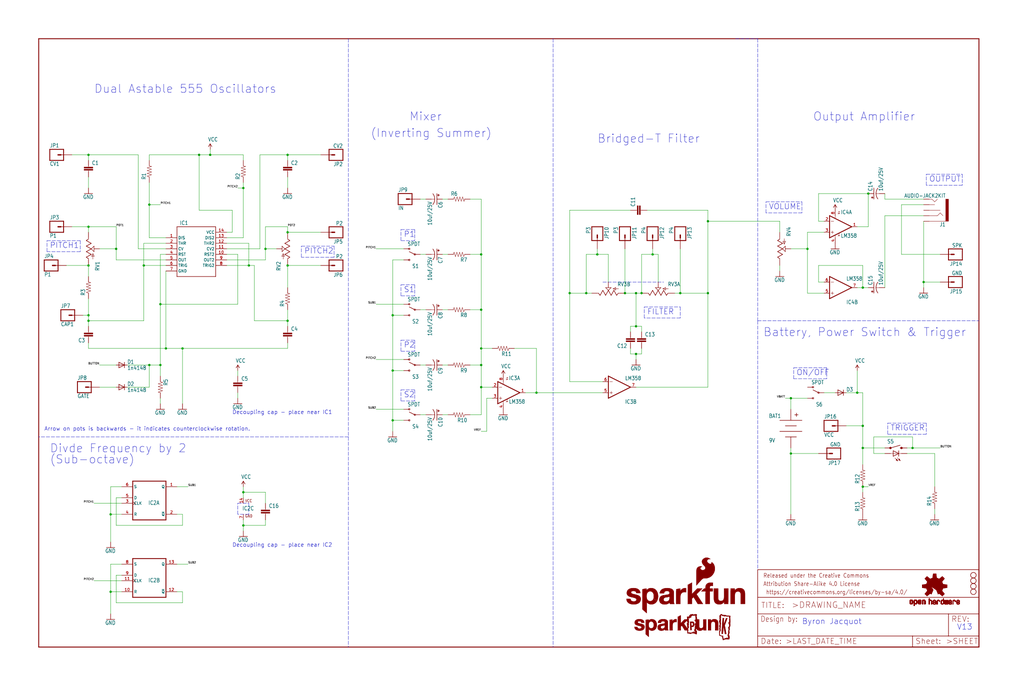
<source format=kicad_sch>
(kicad_sch (version 20211123) (generator eeschema)
  (paper "User" 470.306 317.906)
  (lib_symbols
    (symbol "schematicEagle-eagle-import:10UF-25V-20%(PTH)KIT"
      (property "Reference" "C" (at 1.016 0.635 0))
      (property "Value" "10UF-25V-20%(PTH)KIT" (at 1.016 -4.191 0))
      (symbol "10UF-25V-20%(PTH)KIT_1_0"
        (pin passive line (at 0 2.54 270) (length 2.54) (name "+") (number "1"))
        (pin passive line (at 0 -5.08 90) (length 2.54) (name "-") (number "2"))
      )
    )
    (symbol "schematicEagle-eagle-import:556KIT"
      (property "Reference" "IC" (at -6.35 10.922 0))
      (property "Value" "556KIT" (at -7.112 -15.24 0))
      (symbol "556KIT_1_0"
        (pin bidirectional line (at -12.7 5.08 0) (length 5.08) (name "DIS") (number "1"))
        (pin bidirectional line (at 15.24 -2.54 180) (length 5.08) (name "RST2") (number "10"))
        (pin bidirectional line (at 15.24 0 180) (length 5.08) (name "CV2") (number "11"))
        (pin bidirectional line (at 15.24 2.54 180) (length 5.08) (name "THR2") (number "12"))
        (pin bidirectional line (at 15.24 5.08 180) (length 5.08) (name "DIS2") (number "13"))
        (pin bidirectional line (at 15.24 7.62 180) (length 5.08) (name "VCC") (number "14"))
        (pin bidirectional line (at -12.7 2.54 0) (length 5.08) (name "THR") (number "2"))
        (pin bidirectional line (at -12.7 0 0) (length 5.08) (name "CV") (number "3"))
        (pin bidirectional line (at -12.7 -2.54 0) (length 5.08) (name "RST") (number "4"))
        (pin bidirectional line (at -12.7 -5.08 0) (length 5.08) (name "OUT") (number "5"))
        (pin bidirectional line (at -12.7 -7.62 0) (length 5.08) (name "TRIG") (number "6"))
        (pin bidirectional line (at -12.7 -10.16 0) (length 5.08) (name "GND") (number "7"))
        (pin bidirectional line (at 15.24 -7.62 180) (length 5.08) (name "TRIG2") (number "8"))
        (pin bidirectional line (at 15.24 -5.08 180) (length 5.08) (name "OUT2") (number "9"))
      )
    )
    (symbol "schematicEagle-eagle-import:AUDIO-JACK2KIT"
      (property "Reference" "J" (at -5.08 5.588 0))
      (property "Value" "AUDIO-JACK2KIT" (at -5.08 -7.62 0))
      (symbol "AUDIO-JACK2KIT_1_0"
        (pin bidirectional line (at 5.08 2.54 180) (length 2.54) (name "RING") (number "RING"))
        (pin bidirectional line (at 5.08 0 180) (length 2.54) (name "RSH") (number "RSH"))
        (pin bidirectional line (at 5.08 5.08 180) (length 2.54) (name "SLEEVE") (number "SLEEVE"))
        (pin bidirectional line (at 5.08 -5.08 180) (length 2.54) (name "TIP") (number "TIP"))
        (pin bidirectional line (at 5.08 -2.54 180) (length 2.54) (name "TSH") (number "TSH"))
      )
    )
    (symbol "schematicEagle-eagle-import:BC9VPCKIT_SOLDERMASK"
      (property "Reference" "BAT" (at -10.16 3.556 0))
      (property "Value" "BC9VPCKIT_SOLDERMASK" (at -10.16 -7.62 0))
      (symbol "BC9VPCKIT_SOLDERMASK_1_0"
        (pin bidirectional line (at 0 7.62 270) (length 5.08) (name "V+") (number "V+"))
        (pin bidirectional line (at 0 -10.16 90) (length 5.08) (name "V-") (number "V-"))
      )
    )
    (symbol "schematicEagle-eagle-import:CAPKIT"
      (property "Reference" "C" (at 1.524 2.921 0))
      (property "Value" "CAPKIT" (at 1.524 -2.159 0))
      (symbol "CAPKIT_1_0"
        (pin passive line (at 0 5.08 270) (length 2.54) (name "1") (number "1"))
        (pin passive line (at 0 -2.54 90) (length 2.54) (name "2") (number "2"))
      )
    )
    (symbol "schematicEagle-eagle-import:CD4013"
      (property "Reference" "IC" (at -0.508 -0.762 0))
      (symbol "CD4013_1_0"
        (pin output line (at 12.7 7.62 180) (length 5.08) (name "Q") (number "1"))
        (pin output line (at 12.7 -5.08 180) (length 5.08) (name "~{Q}") (number "2"))
        (pin input clock (at -12.7 0 0) (length 5.08) (name "CLK") (number "3"))
        (pin input line (at -12.7 -5.08 0) (length 5.08) (name "R") (number "4"))
        (pin input line (at -12.7 2.54 0) (length 5.08) (name "D") (number "5"))
        (pin input line (at -12.7 7.62 0) (length 5.08) (name "S") (number "6"))
      )
      (symbol "CD4013_2_0"
        (pin input line (at -12.7 -5.08 0) (length 5.08) (name "R") (number "10"))
        (pin input clock (at -12.7 0 0) (length 5.08) (name "CLK") (number "11"))
        (pin output line (at 12.7 -5.08 180) (length 5.08) (name "~{Q}") (number "12"))
        (pin output line (at 12.7 7.62 180) (length 5.08) (name "Q") (number "13"))
        (pin input line (at -12.7 7.62 0) (length 5.08) (name "S") (number "8"))
        (pin input line (at -12.7 2.54 0) (length 5.08) (name "D") (number "9"))
      )
      (symbol "CD4013_3_0"
        (text "GND" (at 0.762 -4.064 0) (effects (font (size 1.27 1.0795)) (justify left bottom)))
        (text "VCC" (at 0.762 2.921 0) (effects (font (size 1.27 1.0795)) (justify left bottom)))
        (pin power_in line (at 0 5.08 270) (length 2.54) (name "VCC") (number "14"))
        (pin power_in line (at 0 -5.08 90) (length 2.54) (name "GND") (number "7"))
      )
    )
    (symbol "schematicEagle-eagle-import:DIODE"
      (property "Reference" "D" (at 2.54 0.4826 0))
      (property "Value" "DIODE" (at 2.54 -2.3114 0))
      (symbol "DIODE_1_0"
        (pin passive line (at -2.54 0 0) (length 2.54) (name "A") (number "A"))
        (pin passive line (at 2.54 0 180) (length 2.54) (name "C") (number "C"))
      )
    )
    (symbol "schematicEagle-eagle-import:DIODEKIT"
      (property "Reference" "D" (at 2.54 0.4826 0))
      (property "Value" "DIODEKIT" (at 2.54 -2.3114 0))
      (symbol "DIODEKIT_1_0"
        (pin passive line (at -2.54 0 0) (length 2.54) (name "A") (number "A"))
        (pin passive line (at 2.54 0 180) (length 2.54) (name "C") (number "C"))
      )
    )
    (symbol "schematicEagle-eagle-import:FRAME-LEDGER"
      (symbol "FRAME-LEDGER_2_0"
        (text " https://creativecommons.org/licenses/by-sa/4.0/" (at 2.54 24.13 0) (effects (font (size 1.9304 1.6408)) (justify left bottom)))
        (text ">DRAWING_NAME" (at 15.494 17.78 0) (effects (font (size 2.7432 2.7432)) (justify left bottom)))
        (text ">LAST_DATE_TIME" (at 12.7 1.27 0) (effects (font (size 2.54 2.54)) (justify left bottom)))
        (text ">SHEET" (at 86.36 1.27 0) (effects (font (size 2.54 2.54)) (justify left bottom)))
        (text "Attribution Share-Alike 4.0 License" (at 2.54 27.94 0) (effects (font (size 1.9304 1.6408)) (justify left bottom)))
        (text "Date:" (at 1.27 1.27 0) (effects (font (size 2.54 2.54)) (justify left bottom)))
        (text "Design by:" (at 1.27 11.43 0) (effects (font (size 2.54 2.159)) (justify left bottom)))
        (text "Released under the Creative Commons" (at 2.54 31.75 0) (effects (font (size 1.9304 1.6408)) (justify left bottom)))
        (text "REV:" (at 88.9 11.43 0) (effects (font (size 2.54 2.54)) (justify left bottom)))
        (text "Sheet:" (at 72.39 1.27 0) (effects (font (size 2.54 2.54)) (justify left bottom)))
        (text "TITLE:" (at 1.524 17.78 0) (effects (font (size 2.54 2.54)) (justify left bottom)))
      )
    )
    (symbol "schematicEagle-eagle-import:GND" (power)
      (property "Value" "GND" (at -2.54 -2.54 0))
      (symbol "GND_1_0"
        (pin power_in line (at 0 2.54 270) (length 2.54) (name "GND") (number "1"))
      )
    )
    (symbol "schematicEagle-eagle-import:LM358KIT"
      (property "Reference" "IC" (at 2.54 5.715 0))
      (property "Value" "LM358KIT" (at 2.54 -5.08 0))
      (symbol "LM358KIT_1_0"
        (text "V+" (at 1.27 5.715 900) (effects (font (size 0.8128 0.6908)) (justify left top)))
        (text "V-" (at 1.27 -4.445 900) (effects (font (size 0.8128 0.6908)) (justify left top)))
        (pin output line (at 10.16 0 180) (length 2.54) (name "OUT") (number "1"))
        (pin input line (at -5.08 2.54 0) (length 2.54) (name "-IN") (number "2"))
        (pin input line (at -5.08 -2.54 0) (length 2.54) (name "+IN") (number "3"))
        (pin power_in line (at 0 -7.62 90) (length 2.54) (name "V-") (number "4"))
        (pin power_in line (at 0 7.62 270) (length 2.54) (name "V+") (number "8"))
      )
      (symbol "LM358KIT_2_0"
        (pin input line (at -7.62 2.54 0) (length 2.54) (name "+IN") (number "5"))
        (pin input line (at -7.62 -2.54 0) (length 2.54) (name "-IN") (number "6"))
        (pin output line (at 7.62 0 180) (length 2.54) (name "OUT") (number "7"))
      )
    )
    (symbol "schematicEagle-eagle-import:M01SMDNS"
      (property "Reference" "JP" (at -2.54 3.302 0))
      (property "Value" "M01SMDNS" (at -2.54 -5.08 0))
      (symbol "M01SMDNS_1_0"
        (pin passive line (at 7.62 0 180) (length 5.08) (name "1") (number "1"))
      )
    )
    (symbol "schematicEagle-eagle-import:OSHW-LOGOM")
    (symbol "schematicEagle-eagle-import:POTALPS-KIT"
      (property "Reference" "RV" (at 5.08 -10.16 90))
      (property "Value" "POTALPS-KIT" (at -2.54 -10.16 90))
      (symbol "POTALPS-KIT_1_0"
        (pin passive line (at 0 7.62 270) (length 2.54) (name "E") (number "P$1"))
        (pin passive line (at 5.08 0 180) (length 2.54) (name "S") (number "P$2"))
        (pin passive line (at 0 -7.62 90) (length 2.54) (name "A") (number "P$3"))
      )
    )
    (symbol "schematicEagle-eagle-import:POT_DUAL"
      (property "Reference" "RV" (at 5.08 -10.16 90))
      (property "Value" "POT_DUAL" (at -2.54 -10.16 90))
      (symbol "POT_DUAL_1_0"
        (pin passive line (at 0 7.62 270) (length 2.54) (name "E") (number "A1"))
        (pin passive line (at 5.08 0 180) (length 2.54) (name "S") (number "A2"))
        (pin passive line (at 0 -7.62 90) (length 2.54) (name "A") (number "A3"))
      )
      (symbol "POT_DUAL_2_0"
        (pin passive line (at 0 7.62 270) (length 2.54) (name "E") (number "B1"))
        (pin passive line (at 5.08 0 180) (length 2.54) (name "S") (number "B2"))
        (pin passive line (at 0 -7.62 90) (length 2.54) (name "A") (number "B3"))
      )
    )
    (symbol "schematicEagle-eagle-import:RESISTOREZ"
      (property "Reference" "R" (at -3.81 1.4986 0))
      (property "Value" "RESISTOREZ" (at -3.81 -3.302 0))
      (symbol "RESISTOREZ_1_0"
        (pin passive line (at -5.08 0 0) (length 2.54) (name "1") (number "P$1"))
        (pin passive line (at 5.08 0 180) (length 2.54) (name "2") (number "P$2"))
      )
    )
    (symbol "schematicEagle-eagle-import:SFE_LOGO_NAME_FLAME.2_INCH")
    (symbol "schematicEagle-eagle-import:SPARKPUNK_LOGO.1INCH_TALL")
    (symbol "schematicEagle-eagle-import:STAND-OFF")
    (symbol "schematicEagle-eagle-import:SWITCH-MOMENTARY-LEDEZ"
      (property "Reference" "S" (at -4.064 2.032 0))
      (property "Value" "SWITCH-MOMENTARY-LEDEZ" (at -4.572 -8.382 0))
      (symbol "SWITCH-MOMENTARY-LEDEZ_1_0"
        (pin passive line (at 5.08 0 180) (length 2.54) (name "2") (number "2"))
        (pin passive line (at -5.08 0 0) (length 2.54) (name "1") (number "4"))
        (pin passive line (at -5.08 -2.54 0) (length 2.54) (name "A") (number "A"))
        (pin passive line (at 5.08 -2.54 180) (length 2.54) (name "C") (number "C"))
      )
    )
    (symbol "schematicEagle-eagle-import:SWITCH-SPDTKIT"
      (property "Reference" "S" (at -1.905 -6.35 0))
      (property "Value" "SWITCH-SPDTKIT" (at -2.54 3.81 0))
      (symbol "SWITCH-SPDTKIT_1_0"
        (pin passive line (at 5.08 2.54 180) (length 2.54) (name "O") (number "1"))
        (pin passive line (at -2.54 0 0) (length 2.54) (name "P") (number "2"))
        (pin passive line (at 5.08 -2.54 180) (length 2.54) (name "S") (number "3"))
      )
    )
    (symbol "schematicEagle-eagle-import:VCC" (power)
      (property "Value" "VCC" (at -1.016 3.556 0))
      (symbol "VCC_1_0"
        (pin power_in line (at 0 0 90) (length 2.54) (name "VCC") (number "1"))
      )
    )
  )
  (junction (at 274.32 116.84))
  (junction (at 261.62 134.62))
  (junction (at 73.66 167.64))
  (junction (at 40.64 71.12))
  (junction (at 76.2 160.02))
  (junction (at 424.18 129.54))
  (junction (at 40.64 144.78))
  (junction (at 220.98 167.64))
  (junction (at 312.42 134.62))
  (junction (at 111.76 86.36))
  (junction (at 292.1 162.56))
  (junction (at 292.1 134.62))
  (junction (at 396.24 132.08))
  (junction (at 68.58 93.98))
  (junction (at 180.34 144.78))
  (junction (at 299.72 116.84))
  (junction (at 220.98 116.84))
  (junction (at 132.08 106.68))
  (junction (at 132.08 147.32))
  (junction (at 363.22 208.28))
  (junction (at 180.34 193.04))
  (junction (at 220.98 160.02))
  (junction (at 396.24 195.58))
  (junction (at 269.24 134.62))
  (junction (at 292.1 149.86))
  (junction (at 111.76 241.3))
  (junction (at 96.52 71.12))
  (junction (at 393.7 180.34))
  (junction (at 53.34 114.3))
  (junction (at 396.24 205.74))
  (junction (at 50.8 271.78))
  (junction (at 40.64 147.32))
  (junction (at 370.84 114.3))
  (junction (at 121.92 114.3))
  (junction (at 220.98 177.8))
  (junction (at 419.1 205.74))
  (junction (at 68.58 167.64))
  (junction (at 132.08 121.92))
  (junction (at 287.02 134.62))
  (junction (at 398.78 88.9))
  (junction (at 363.22 182.88))
  (junction (at 40.64 104.14))
  (junction (at 73.66 139.7))
  (junction (at 325.12 134.62))
  (junction (at 220.98 142.24))
  (junction (at 50.8 236.22))
  (junction (at 91.44 71.12))
  (junction (at 396.24 223.52))
  (junction (at 111.76 226.06))
  (junction (at 325.12 101.6))
  (junction (at 83.82 160.02))
  (junction (at 132.08 71.12))
  (junction (at 40.64 121.92))
  (junction (at 294.64 134.62))
  (junction (at 114.3 121.92))
  (junction (at 246.38 180.34))
  (junction (at 66.04 121.92))
  (junction (at 180.34 170.18))
  (wire (pts (xy 424.18 93.98) (xy 414.02 93.98)))
  (wire (pts (xy 53.34 119.38) (xy 53.34 114.3)))
  (wire (pts (xy 269.24 116.84) (xy 274.32 116.84)))
  (wire (pts (xy 185.42 144.78) (xy 180.34 144.78)))
  (wire (pts (xy 96.52 71.12) (xy 111.76 71.12)))
  (wire (pts (xy 226.06 160.02) (xy 220.98 160.02)))
  (polyline (pts (xy 109.22 231.14) (xy 114.3 231.14)))
  (wire (pts (xy 83.82 160.02) (xy 132.08 160.02)))
  (wire (pts (xy 104.14 106.68) (xy 106.68 106.68)))
  (wire (pts (xy 119.38 71.12) (xy 132.08 71.12)))
  (wire (pts (xy 294.64 149.86) (xy 294.64 152.4)))
  (polyline (pts (xy 425.45 194.31) (xy 425.45 199.39)))
  (wire (pts (xy 289.56 149.86) (xy 292.1 149.86)))
  (polyline (pts (xy 379.73 168.91) (xy 379.73 173.99)))
  (wire (pts (xy 193.04 190.5) (xy 195.58 190.5)))
  (wire (pts (xy 393.7 132.08) (xy 396.24 132.08)))
  (wire (pts (xy 261.62 134.62) (xy 261.62 96.52)))
  (wire (pts (xy 180.34 144.78) (xy 180.34 119.38)))
  (wire (pts (xy 424.18 129.54) (xy 424.18 132.08)))
  (polyline (pts (xy 368.3 97.79) (xy 351.79 97.79)))
  (polyline (pts (xy 347.98 17.78) (xy 347.98 147.32)))
  (polyline (pts (xy 184.15 179.07) (xy 190.5 179.07)))
  (wire (pts (xy 109.22 116.84) (xy 109.22 139.7)))
  (wire (pts (xy 416.56 208.28) (xy 429.26 208.28)))
  (wire (pts (xy 215.9 167.64) (xy 220.98 167.64)))
  (polyline (pts (xy 190.5 105.41) (xy 190.5 110.49)))
  (wire (pts (xy 106.68 96.52) (xy 91.44 96.52)))
  (wire (pts (xy 40.64 160.02) (xy 76.2 160.02)))
  (wire (pts (xy 375.92 121.92) (xy 375.92 129.54)))
  (wire (pts (xy 414.02 116.84) (xy 431.8 116.84)))
  (wire (pts (xy 116.84 121.92) (xy 116.84 147.32)))
  (polyline (pts (xy 184.15 130.81) (xy 190.5 130.81)))
  (wire (pts (xy 132.08 121.92) (xy 132.08 132.08)))
  (wire (pts (xy 40.64 81.28) (xy 40.64 86.36)))
  (wire (pts (xy 63.5 114.3) (xy 76.2 114.3)))
  (wire (pts (xy 45.72 177.8) (xy 53.34 177.8)))
  (wire (pts (xy 393.7 170.18) (xy 393.7 180.34)))
  (wire (pts (xy 289.56 162.56) (xy 292.1 162.56)))
  (wire (pts (xy 73.66 172.72) (xy 73.66 167.64)))
  (wire (pts (xy 104.14 111.76) (xy 114.3 111.76)))
  (wire (pts (xy 312.42 134.62) (xy 325.12 134.62)))
  (wire (pts (xy 55.88 236.22) (xy 50.8 236.22)))
  (wire (pts (xy 116.84 147.32) (xy 132.08 147.32)))
  (wire (pts (xy 220.98 190.5) (xy 220.98 177.8)))
  (wire (pts (xy 287.02 114.3) (xy 287.02 134.62)))
  (wire (pts (xy 40.64 104.14) (xy 40.64 106.68)))
  (wire (pts (xy 419.1 200.66) (xy 401.32 200.66)))
  (wire (pts (xy 68.58 93.98) (xy 68.58 109.22)))
  (wire (pts (xy 297.18 96.52) (xy 325.12 96.52)))
  (wire (pts (xy 292.1 149.86) (xy 294.64 149.86)))
  (polyline (pts (xy 190.5 110.49) (xy 184.15 110.49)))
  (wire (pts (xy 398.78 132.08) (xy 396.24 132.08)))
  (polyline (pts (xy 184.15 135.89) (xy 184.15 130.81)))
  (wire (pts (xy 132.08 81.28) (xy 132.08 86.36)))
  (wire (pts (xy 96.52 68.58) (xy 96.52 71.12)))
  (wire (pts (xy 185.42 170.18) (xy 180.34 170.18)))
  (wire (pts (xy 406.4 99.06) (xy 424.18 99.06)))
  (wire (pts (xy 325.12 101.6) (xy 358.14 101.6)))
  (polyline (pts (xy 21.59 110.49) (xy 36.83 110.49)))
  (wire (pts (xy 76.2 121.92) (xy 66.04 121.92)))
  (wire (pts (xy 193.04 116.84) (xy 195.58 116.84)))
  (wire (pts (xy 53.34 119.38) (xy 76.2 119.38)))
  (wire (pts (xy 363.22 236.22) (xy 363.22 208.28)))
  (wire (pts (xy 287.02 134.62) (xy 292.1 134.62)))
  (wire (pts (xy 375.92 88.9) (xy 375.92 101.6)))
  (wire (pts (xy 292.1 177.8) (xy 325.12 177.8)))
  (wire (pts (xy 220.98 116.84) (xy 220.98 91.44)))
  (wire (pts (xy 127 114.3) (xy 121.92 114.3)))
  (wire (pts (xy 121.92 241.3) (xy 121.92 238.76)))
  (wire (pts (xy 172.72 187.96) (xy 185.42 187.96)))
  (polyline (pts (xy 295.91 140.97) (xy 312.42 140.97)))
  (polyline (pts (xy 190.5 130.81) (xy 190.5 135.89)))
  (wire (pts (xy 83.82 236.22) (xy 83.82 241.3)))
  (wire (pts (xy 203.2 91.44) (xy 205.74 91.44)))
  (wire (pts (xy 419.1 205.74) (xy 431.8 205.74)))
  (wire (pts (xy 398.78 104.14) (xy 398.78 88.9)))
  (wire (pts (xy 180.34 198.12) (xy 180.34 193.04)))
  (wire (pts (xy 104.14 109.22) (xy 111.76 109.22)))
  (wire (pts (xy 66.04 111.76) (xy 76.2 111.76)))
  (wire (pts (xy 223.52 182.88) (xy 226.06 182.88)))
  (wire (pts (xy 246.38 180.34) (xy 276.86 180.34)))
  (wire (pts (xy 205.74 116.84) (xy 203.2 116.84)))
  (wire (pts (xy 195.58 167.64) (xy 193.04 167.64)))
  (polyline (pts (xy 190.5 179.07) (xy 190.5 184.15)))
  (wire (pts (xy 50.8 281.94) (xy 50.8 271.78)))
  (wire (pts (xy 114.3 111.76) (xy 114.3 121.92)))
  (wire (pts (xy 299.72 114.3) (xy 299.72 116.84)))
  (wire (pts (xy 68.58 83.82) (xy 68.58 93.98)))
  (wire (pts (xy 401.32 208.28) (xy 406.4 208.28)))
  (wire (pts (xy 147.32 106.68) (xy 132.08 106.68)))
  (wire (pts (xy 302.26 116.84) (xy 299.72 116.84)))
  (wire (pts (xy 215.9 190.5) (xy 220.98 190.5)))
  (wire (pts (xy 358.14 106.68) (xy 358.14 101.6)))
  (polyline (pts (xy 441.96 80.01) (xy 441.96 85.09)))
  (wire (pts (xy 50.8 271.78) (xy 50.8 259.08)))
  (wire (pts (xy 261.62 175.26) (xy 261.62 134.62)))
  (wire (pts (xy 279.4 116.84) (xy 279.4 129.54)))
  (polyline (pts (xy 184.15 156.21) (xy 190.5 156.21)))
  (wire (pts (xy 119.38 114.3) (xy 119.38 71.12)))
  (wire (pts (xy 40.64 157.48) (xy 40.64 160.02)))
  (wire (pts (xy 375.92 208.28) (xy 363.22 208.28)))
  (wire (pts (xy 274.32 116.84) (xy 279.4 116.84)))
  (polyline (pts (xy 254 17.78) (xy 254 297.18)))
  (wire (pts (xy 73.66 116.84) (xy 73.66 139.7)))
  (wire (pts (xy 401.32 200.66) (xy 401.32 208.28)))
  (wire (pts (xy 55.88 271.78) (xy 50.8 271.78)))
  (polyline (pts (xy 368.3 92.71) (xy 368.3 97.79)))
  (polyline (pts (xy 160.02 17.78) (xy 160.02 200.66)))
  (wire (pts (xy 58.42 177.8) (xy 68.58 177.8)))
  (wire (pts (xy 299.72 116.84) (xy 294.64 116.84)))
  (wire (pts (xy 378.46 134.62) (xy 370.84 134.62)))
  (polyline (pts (xy 407.67 199.39) (xy 407.67 194.31)))
  (wire (pts (xy 147.32 121.92) (xy 132.08 121.92)))
  (wire (pts (xy 205.74 167.64) (xy 203.2 167.64)))
  (polyline (pts (xy 114.3 236.22) (xy 109.22 236.22)))
  (wire (pts (xy 109.22 139.7) (xy 73.66 139.7)))
  (wire (pts (xy 172.72 114.3) (xy 185.42 114.3)))
  (wire (pts (xy 370.84 182.88) (xy 363.22 182.88)))
  (wire (pts (xy 193.04 142.24) (xy 195.58 142.24)))
  (wire (pts (xy 53.34 104.14) (xy 40.64 104.14)))
  (wire (pts (xy 220.98 167.64) (xy 220.98 160.02)))
  (wire (pts (xy 370.84 114.3) (xy 370.84 134.62)))
  (wire (pts (xy 215.9 142.24) (xy 220.98 142.24)))
  (wire (pts (xy 375.92 101.6) (xy 378.46 101.6)))
  (wire (pts (xy 40.64 147.32) (xy 66.04 147.32)))
  (wire (pts (xy 81.28 271.78) (xy 83.82 271.78)))
  (polyline (pts (xy 425.45 199.39) (xy 407.67 199.39)))
  (wire (pts (xy 104.14 121.92) (xy 114.3 121.92)))
  (wire (pts (xy 220.98 198.12) (xy 223.52 198.12)))
  (wire (pts (xy 114.3 121.92) (xy 116.84 121.92)))
  (wire (pts (xy 289.56 152.4) (xy 289.56 149.86)))
  (polyline (pts (xy 114.3 231.14) (xy 114.3 236.22)))
  (wire (pts (xy 396.24 195.58) (xy 396.24 180.34)))
  (wire (pts (xy 83.82 271.78) (xy 83.82 276.86)))
  (wire (pts (xy 429.26 208.28) (xy 429.26 223.52)))
  (wire (pts (xy 53.34 228.6) (xy 55.88 228.6)))
  (wire (pts (xy 431.8 129.54) (xy 424.18 129.54)))
  (wire (pts (xy 121.92 226.06) (xy 111.76 226.06)))
  (polyline (pts (xy 190.5 156.21) (xy 190.5 161.29)))
  (wire (pts (xy 66.04 147.32) (xy 66.04 121.92)))
  (polyline (pts (xy 351.79 97.79) (xy 351.79 92.71)))
  (wire (pts (xy 73.66 93.98) (xy 68.58 93.98)))
  (polyline (pts (xy 425.45 85.09) (xy 425.45 80.01)))
  (wire (pts (xy 289.56 160.02) (xy 289.56 162.56)))
  (wire (pts (xy 121.92 231.14) (xy 121.92 226.06)))
  (polyline (pts (xy 109.22 236.22) (xy 109.22 231.14)))
  (wire (pts (xy 109.22 180.34) (xy 109.22 182.88)))
  (wire (pts (xy 55.88 266.7) (xy 43.18 266.7)))
  (wire (pts (xy 220.98 142.24) (xy 220.98 116.84)))
  (wire (pts (xy 302.26 129.54) (xy 302.26 116.84)))
  (wire (pts (xy 180.34 170.18) (xy 180.34 144.78)))
  (wire (pts (xy 53.34 241.3) (xy 53.34 228.6)))
  (wire (pts (xy 132.08 160.02) (xy 132.08 157.48)))
  (wire (pts (xy 203.2 142.24) (xy 205.74 142.24)))
  (polyline (pts (xy 364.49 173.99) (xy 364.49 168.91)))
  (wire (pts (xy 396.24 213.36) (xy 396.24 205.74)))
  (wire (pts (xy 325.12 134.62) (xy 325.12 101.6)))
  (wire (pts (xy 388.62 180.34) (xy 393.7 180.34)))
  (wire (pts (xy 378.46 106.68) (xy 370.84 106.68)))
  (wire (pts (xy 104.14 119.38) (xy 121.92 119.38)))
  (wire (pts (xy 274.32 116.84) (xy 274.32 114.3)))
  (wire (pts (xy 261.62 96.52) (xy 289.56 96.52)))
  (wire (pts (xy 180.34 193.04) (xy 180.34 170.18)))
  (wire (pts (xy 294.64 162.56) (xy 294.64 160.02)))
  (wire (pts (xy 363.22 114.3) (xy 370.84 114.3)))
  (wire (pts (xy 236.22 160.02) (xy 246.38 160.02)))
  (wire (pts (xy 53.34 276.86) (xy 53.34 264.16)))
  (polyline (pts (xy 190.5 161.29) (xy 184.15 161.29)))
  (wire (pts (xy 424.18 101.6) (xy 424.18 129.54)))
  (wire (pts (xy 398.78 88.9) (xy 375.92 88.9)))
  (wire (pts (xy 172.72 139.7) (xy 185.42 139.7)))
  (wire (pts (xy 76.2 160.02) (xy 76.2 124.46)))
  (wire (pts (xy 121.92 104.14) (xy 121.92 114.3)))
  (wire (pts (xy 185.42 193.04) (xy 180.34 193.04)))
  (wire (pts (xy 132.08 73.66) (xy 132.08 71.12)))
  (wire (pts (xy 104.14 114.3) (xy 119.38 114.3)))
  (wire (pts (xy 76.2 160.02) (xy 83.82 160.02)))
  (wire (pts (xy 416.56 205.74) (xy 419.1 205.74)))
  (polyline (pts (xy 347.98 147.32) (xy 449.58 147.32)))
  (wire (pts (xy 363.22 187.96) (xy 363.22 182.88)))
  (wire (pts (xy 325.12 177.8) (xy 325.12 134.62)))
  (wire (pts (xy 363.22 208.28) (xy 363.22 205.74)))
  (wire (pts (xy 398.78 104.14) (xy 393.7 104.14)))
  (wire (pts (xy 53.34 114.3) (xy 53.34 104.14)))
  (polyline (pts (xy 441.96 85.09) (xy 425.45 85.09)))
  (wire (pts (xy 269.24 134.62) (xy 269.24 116.84)))
  (wire (pts (xy 370.84 106.68) (xy 370.84 114.3)))
  (wire (pts (xy 45.72 114.3) (xy 53.34 114.3)))
  (polyline (pts (xy 351.79 92.71) (xy 368.3 92.71)))
  (wire (pts (xy 73.66 185.42) (xy 73.66 182.88)))
  (wire (pts (xy 68.58 73.66) (xy 68.58 71.12)))
  (wire (pts (xy 111.76 238.76) (xy 111.76 241.3)))
  (wire (pts (xy 375.92 121.92) (xy 396.24 121.92)))
  (wire (pts (xy 132.08 147.32) (xy 132.08 149.86)))
  (wire (pts (xy 40.64 144.78) (xy 40.64 147.32)))
  (wire (pts (xy 33.02 104.14) (xy 40.64 104.14)))
  (wire (pts (xy 68.58 71.12) (xy 91.44 71.12)))
  (wire (pts (xy 68.58 167.64) (xy 58.42 167.64)))
  (wire (pts (xy 388.62 195.58) (xy 396.24 195.58)))
  (wire (pts (xy 30.48 121.92) (xy 40.64 121.92)))
  (wire (pts (xy 396.24 121.92) (xy 396.24 132.08)))
  (wire (pts (xy 220.98 177.8) (xy 226.06 177.8)))
  (wire (pts (xy 68.58 109.22) (xy 76.2 109.22)))
  (wire (pts (xy 83.82 241.3) (xy 53.34 241.3)))
  (wire (pts (xy 50.8 259.08) (xy 55.88 259.08)))
  (wire (pts (xy 220.98 160.02) (xy 220.98 142.24)))
  (wire (pts (xy 406.4 132.08) (xy 406.4 99.06)))
  (wire (pts (xy 312.42 114.3) (xy 312.42 134.62)))
  (polyline (pts (xy 347.98 147.32) (xy 347.98 261.62)))
  (polyline (pts (xy 184.15 105.41) (xy 190.5 105.41)))
  (wire (pts (xy 111.76 226.06) (xy 111.76 228.6)))
  (polyline (pts (xy 407.67 194.31) (xy 425.45 194.31)))
  (polyline (pts (xy 337.82 17.78) (xy 347.98 17.78)))
  (wire (pts (xy 132.08 71.12) (xy 147.32 71.12)))
  (polyline (pts (xy 153.416 113.03) (xy 153.416 118.11)))
  (polyline (pts (xy 184.15 184.15) (xy 184.15 179.07)))
  (wire (pts (xy 40.64 71.12) (xy 63.5 71.12)))
  (wire (pts (xy 276.86 175.26) (xy 261.62 175.26)))
  (polyline (pts (xy 160.02 200.66) (xy 17.78 200.66)))
  (wire (pts (xy 40.64 121.92) (xy 40.64 127)))
  (wire (pts (xy 81.28 259.08) (xy 86.36 259.08)))
  (wire (pts (xy 215.9 116.84) (xy 220.98 116.84)))
  (wire (pts (xy 246.38 160.02) (xy 246.38 180.34)))
  (wire (pts (xy 38.1 144.78) (xy 40.64 144.78)))
  (wire (pts (xy 292.1 149.86) (xy 292.1 134.62)))
  (wire (pts (xy 180.34 119.38) (xy 185.42 119.38)))
  (polyline (pts (xy 364.49 168.91) (xy 379.73 168.91)))
  (wire (pts (xy 292.1 134.62) (xy 294.64 134.62)))
  (polyline (pts (xy 138.43 113.03) (xy 153.416 113.03)))
  (wire (pts (xy 111.76 241.3) (xy 121.92 241.3)))
  (polyline (pts (xy 312.42 146.05) (xy 295.91 146.05)))
  (wire (pts (xy 269.24 134.62) (xy 271.78 134.62)))
  (wire (pts (xy 53.34 264.16) (xy 55.88 264.16)))
  (wire (pts (xy 53.34 167.64) (xy 45.72 167.64)))
  (wire (pts (xy 111.76 73.66) (xy 111.76 71.12)))
  (wire (pts (xy 40.64 137.16) (xy 40.64 144.78)))
  (wire (pts (xy 220.98 177.8) (xy 220.98 167.64)))
  (wire (pts (xy 424.18 91.44) (xy 406.4 91.44)))
  (polyline (pts (xy 36.83 115.57) (xy 21.59 115.57)))
  (wire (pts (xy 261.62 134.62) (xy 269.24 134.62)))
  (polyline (pts (xy 276.86 129.54) (xy 304.8 129.54)))
  (wire (pts (xy 91.44 96.52) (xy 91.44 71.12)))
  (wire (pts (xy 66.04 121.92) (xy 66.04 111.76)))
  (wire (pts (xy 33.02 71.12) (xy 40.64 71.12)))
  (polyline (pts (xy 312.42 140.97) (xy 312.42 146.05)))
  (wire (pts (xy 73.66 167.64) (xy 73.66 139.7)))
  (wire (pts (xy 111.76 86.36) (xy 111.76 83.82)))
  (wire (pts (xy 81.28 223.52) (xy 86.36 223.52)))
  (wire (pts (xy 109.22 172.72) (xy 109.22 170.18)))
  (wire (pts (xy 76.2 116.84) (xy 73.66 116.84)))
  (wire (pts (xy 104.14 116.84) (xy 109.22 116.84)))
  (polyline (pts (xy 184.15 110.49) (xy 184.15 105.41)))
  (wire (pts (xy 292.1 162.56) (xy 294.64 162.56)))
  (wire (pts (xy 309.88 134.62) (xy 312.42 134.62)))
  (wire (pts (xy 132.08 104.14) (xy 121.92 104.14)))
  (wire (pts (xy 111.76 109.22) (xy 111.76 86.36)))
  (wire (pts (xy 378.46 180.34) (xy 383.54 180.34)))
  (wire (pts (xy 172.72 165.1) (xy 185.42 165.1)))
  (polyline (pts (xy 138.43 118.11) (xy 138.43 113.03)))
  (polyline (pts (xy 36.83 110.49) (xy 36.83 115.57)))
  (wire (pts (xy 111.76 241.3) (xy 111.76 243.84)))
  (polyline (pts (xy 190.5 184.15) (xy 184.15 184.15)))
  (polyline (pts (xy 190.5 135.89) (xy 184.15 135.89)))
  (wire (pts (xy 81.28 236.22) (xy 83.82 236.22)))
  (polyline (pts (xy 160.02 200.66) (xy 160.02 297.18)))
  (wire (pts (xy 68.58 167.64) (xy 73.66 167.64)))
  (wire (pts (xy 220.98 91.44) (xy 215.9 91.44)))
  (wire (pts (xy 63.5 71.12) (xy 63.5 114.3)))
  (wire (pts (xy 111.76 223.52) (xy 111.76 226.06)))
  (wire (pts (xy 375.92 129.54) (xy 378.46 129.54)))
  (wire (pts (xy 83.82 185.42) (xy 83.82 160.02)))
  (wire (pts (xy 55.88 231.14) (xy 43.18 231.14)))
  (wire (pts (xy 223.52 198.12) (xy 223.52 182.88)))
  (wire (pts (xy 68.58 177.8) (xy 68.58 167.64)))
  (polyline (pts (xy 295.91 146.05) (xy 295.91 140.97)))
  (wire (pts (xy 50.8 236.22) (xy 50.8 248.92)))
  (wire (pts (xy 96.52 71.12) (xy 91.44 71.12)))
  (polyline (pts (xy 379.73 173.99) (xy 364.49 173.99)))
  (wire (pts (xy 132.08 142.24) (xy 132.08 147.32)))
  (wire (pts (xy 396.24 223.52) (xy 396.24 226.06)))
  (wire (pts (xy 358.14 121.92) (xy 358.14 124.46)))
  (polyline (pts (xy 153.416 118.11) (xy 138.43 118.11)))
  (wire (pts (xy 106.68 106.68) (xy 106.68 96.52)))
  (wire (pts (xy 40.64 147.32) (xy 40.64 149.86)))
  (wire (pts (xy 429.26 236.22) (xy 429.26 233.68)))
  (wire (pts (xy 406.4 91.44) (xy 406.4 88.9)))
  (wire (pts (xy 246.38 180.34) (xy 241.3 180.34)))
  (wire (pts (xy 193.04 91.44) (xy 195.58 91.44)))
  (wire (pts (xy 406.4 205.74) (xy 396.24 205.74)))
  (wire (pts (xy 292.1 165.1) (xy 292.1 162.56)))
  (wire (pts (xy 132.08 106.68) (xy 132.08 104.14)))
  (wire (pts (xy 396.24 205.74) (xy 396.24 195.58)))
  (wire (pts (xy 419.1 205.74) (xy 419.1 200.66)))
  (wire (pts (xy 363.22 182.88) (xy 360.68 182.88)))
  (wire (pts (xy 50.8 223.52) (xy 50.8 236.22)))
  (wire (pts (xy 325.12 101.6) (xy 325.12 96.52)))
  (polyline (pts (xy 425.45 80.01) (xy 441.96 80.01)))
  (wire (pts (xy 396.24 180.34) (xy 393.7 180.34)))
  (wire (pts (xy 109.22 86.36) (xy 111.76 86.36)))
  (wire (pts (xy 40.64 73.66) (xy 40.64 71.12)))
  (wire (pts (xy 414.02 93.98) (xy 414.02 116.84)))
  (polyline (pts (xy 21.59 115.57) (xy 21.59 110.49)))
  (wire (pts (xy 294.64 116.84) (xy 294.64 134.62)))
  (wire (pts (xy 55.88 223.52) (xy 50.8 223.52)))
  (wire (pts (xy 121.92 114.3) (xy 121.92 119.38)))
  (polyline (pts (xy 184.15 161.29) (xy 184.15 156.21)))
  (wire (pts (xy 83.82 276.86) (xy 53.34 276.86)))
  (wire (pts (xy 396.24 223.52) (xy 398.78 223.52)))
  (wire (pts (xy 203.2 190.5) (xy 205.74 190.5)))
  (text "Output Amplifier" (at 373.38 55.88 180) (effects (font (size 3.81 3.81)) (justify left bottom)))
  (text "OUTPUT" (at 426.72 83.82 180) (effects (font (size 2.54 2.54)) (justify left bottom)))
  (text "PITCH1" (at 22.86 114.3 180) (effects (font (size 2.54 2.54)) (justify left bottom)))
  (text "Dual Astable 555 Oscillators" (at 43.18 43.18 180) (effects (font (size 3.81 3.81)) (justify left bottom)))
  (text "Decoupling cap - place near IC1" (at 106.68 190.5 180) (effects (font (size 1.778 1.778)) (justify left bottom)))
  (text "P2" (at 185.42 160.02 180) (effects (font (size 2.54 2.54)) (justify left bottom)))
  (text "Decoupling cap - place near IC2" (at 106.68 251.46 180) (effects (font (size 1.778 1.778)) (justify left bottom)))
  (text "Byron Jacquot" (at 368.3 287.02 180) (effects (font (size 2.54 2.54)) (justify left bottom)))
  (text "(Inverting Summer)" (at 170.18 63.5 180) (effects (font (size 3.81 3.81)) (justify left bottom)))
  (text "Divde Frequency by 2" (at 22.86 208.28 180) (effects (font (size 3.81 3.81)) (justify left bottom)))
  (text "S1" (at 185.42 134.62 180) (effects (font (size 2.54 2.54)) (justify left bottom)))
  (text "Arrow on pots is backwards - it indicates counterclockwise rotation." (at 20.32 198.12 0) (effects (font (size 1.778 1.778)) (justify left bottom)))
  (text "Mixer" (at 187.96 55.88 180) (effects (font (size 3.81 3.81)) (justify left bottom)))
  (text "TRIGGER" (at 408.94 198.12 180) (effects (font (size 2.54 2.54)) (justify left bottom)))
  (text "(Sub-octave)" (at 22.86 213.36 180) (effects (font (size 3.81 3.81)) (justify left bottom)))
  (text "FILTER" (at 297.18 144.78 180) (effects (font (size 2.54 2.54)) (justify left bottom)))
  (text "PITCH2" (at 139.7 116.84 180) (effects (font (size 2.54 2.54)) (justify left bottom)))
  (text "P1" (at 185.42 109.22 180) (effects (font (size 2.54 2.54)) (justify left bottom)))
  (text "V13" (at 439.42 289.56 180) (effects (font (size 2.54 2.54)) (justify left bottom)))
  (text "Bridged-T Filter" (at 274.32 66.04 180) (effects (font (size 3.81 3.81)) (justify left bottom)))
  (text "VOLUME" (at 353.06 96.52 180) (effects (font (size 2.54 2.54)) (justify left bottom)))
  (text "Battery, Power Switch & Trigger" (at 350.52 154.94 180) (effects (font (size 3.81 3.81)) (justify left bottom)))
  (text "ON/OFF" (at 365.76 172.72 180) (effects (font (size 2.54 2.54)) (justify left bottom)))
  (text "S2" (at 185.42 182.88 180) (effects (font (size 2.54 2.54)) (justify left bottom)))
  (label "PITCH2" (at 172.72 165.1 180) (effects (font (size 0.889 0.889))))
  (label "PITCH2" (at 43.18 266.7 180) (effects (font (size 0.889 0.889))))
  (label "SUB1" (at 86.36 223.52 0) (effects (font (size 0.889 0.889))))
  (label "SUB1" (at 172.72 139.7 180) (effects (font (size 0.889 0.889))))
  (label "VREF" (at 220.98 198.12 180) (effects (font (size 0.889 0.889))))
  (label "BUTTON" (at 431.8 205.74 0) (effects (font (size 0.889 0.889))))
  (label "PITCH1" (at 172.72 114.3 180) (effects (font (size 0.889 0.889))))
  (label "BUTTON" (at 45.72 167.64 180) (effects (font (size 0.889 0.889))))
  (label "SUB2" (at 86.36 259.08 0) (effects (font (size 0.889 0.889))))
  (label "SUB2" (at 172.72 187.96 180) (effects (font (size 0.889 0.889))))
  (label "VREF" (at 398.78 223.52 0) (effects (font (size 0.889 0.889))))
  (label "PITCH2" (at 109.22 86.36 180) (effects (font (size 0.889 0.889))))
  (label "POT2" (at 132.08 104.14 0) (effects (font (size 0.889 0.889))))
  (label "POT1" (at 53.34 104.14 0) (effects (font (size 0.889 0.889))))
  (label "VBATT" (at 360.68 182.88 180) (effects (font (size 0.889 0.889))))
  (label "PITCH1" (at 73.66 93.98 0) (effects (font (size 0.889 0.889))))
  (label "PITCH1" (at 43.18 231.14 180) (effects (font (size 0.889 0.889))))
  (symbol (lib_id "schematicEagle-eagle-import:RESISTOREZ") (at 111.76 78.74 90) (unit 1)
    (property "Reference" "R2" (at 110.2614 82.55 0) (effects (font (size 1.778 1.5113)) (justify left bottom)))
    (property "Value" "10k" (at 115.062 82.55 0) (effects (font (size 1.778 1.5113)) (justify left bottom)))
    (property "Footprint" "schematicEagle:AXIAL-0.3EZ" (effects hide))
    (property "Value" "10k" (effects hide))
  )
  (symbol (lib_id "schematicEagle-eagle-import:DIODEKIT") (at 55.88 167.64 0) (unit 1)
    (property "Reference" "D1" (at 58.42 167.1574 0) (effects (font (size 1.778 1.5113)) (justify left bottom)))
    (property "Value" "1n4148" (at 58.42 169.9514 0) (effects (font (size 1.778 1.5113)) (justify left bottom)))
    (property "Footprint" "schematicEagle:DIODE-1N4148-KIT" (effects hide))
  )
  (symbol (lib_id "schematicEagle-eagle-import:CD4013") (at 68.58 266.7 0) (unit 2)
    (property "Reference" "IC2" (at 68.072 267.462 0) (effects (font (size 1.778 1.5113)) (justify left bottom)))
    (property "Value" "CD4013B" (effects hide))
    (property "Footprint" "schematicEagle:DIL14-KIT" (effects hide))
  )
  (symbol (lib_id "schematicEagle-eagle-import:GND") (at 429.26 238.76 0) (unit 1)
    (property "Reference" "#GND9" (effects hide))
    (property "Value" "GND" (at 426.72 241.3 0) (effects (font (size 1.778 1.5113)) (justify left bottom)))
    (property "Footprint" "schematicEagle:" (effects hide))
  )
  (symbol (lib_id "schematicEagle-eagle-import:POT_DUAL") (at 302.26 134.62 90) (unit 1)
    (property "Reference" "RV3" (at 312.42 129.54 90) (effects (font (size 1.778 1.5113)) (justify left bottom)))
    (property "Value" "10k" (at 312.42 137.16 90) (effects (font (size 1.778 1.5113)) (justify left bottom)))
    (property "Footprint" "schematicEagle:POT_PANASONIC_DUAL_VERT_KIT" (effects hide))
    (property "Value" "10k" (effects hide))
    (property "Value" "10k" (effects hide))
  )
  (symbol (lib_id "schematicEagle-eagle-import:STAND-OFF") (at 447.04 271.78 0) (unit 1)
    (property "Reference" "STANDOFF4" (effects hide))
    (property "Value" "STAND-OFF" (effects hide))
    (property "Footprint" "schematicEagle:STAND-OFF" (effects hide))
  )
  (symbol (lib_id "schematicEagle-eagle-import:VCC") (at 393.7 170.18 0) (unit 1)
    (property "Reference" "#SUPPLY1" (effects hide))
    (property "Value" "VCC" (at 392.684 166.624 0) (effects (font (size 1.778 1.5113)) (justify left bottom)))
    (property "Footprint" "schematicEagle:" (effects hide))
  )
  (symbol (lib_id "schematicEagle-eagle-import:RESISTOREZ") (at 396.24 231.14 90) (unit 1)
    (property "Reference" "R13" (at 394.7414 234.95 0) (effects (font (size 1.778 1.5113)) (justify left bottom)))
    (property "Value" "10k" (at 399.542 234.95 0) (effects (font (size 1.778 1.5113)) (justify left bottom)))
    (property "Footprint" "schematicEagle:AXIAL-0.3EZ" (effects hide))
    (property "Value" "10k" (effects hide))
  )
  (symbol (lib_id "schematicEagle-eagle-import:M01SMDNS") (at 439.42 129.54 180) (unit 1)
    (property "Reference" "JP15" (at 441.96 132.842 0) (effects (font (size 1.778 1.5113)) (justify left bottom)))
    (property "Value" "GND" (at 441.96 124.46 0) (effects (font (size 1.778 1.5113)) (justify left bottom)))
    (property "Footprint" "schematicEagle:1X01NS" (effects hide))
  )
  (symbol (lib_id "schematicEagle-eagle-import:M01SMDNS") (at 22.86 121.92 0) (unit 1)
    (property "Reference" "JP4" (at 20.32 118.618 0) (effects (font (size 1.778 1.5113)) (justify left bottom)))
    (property "Value" "P1" (at 20.32 127 0) (effects (font (size 1.778 1.5113)) (justify left bottom)))
    (property "Footprint" "schematicEagle:1X01NS" (effects hide))
  )
  (symbol (lib_id "schematicEagle-eagle-import:FRAME-LEDGER") (at 347.98 297.18 0) (unit 2)
    (property "Reference" "FRAME1" (effects hide))
    (property "Value" "FRAME-LEDGER" (effects hide))
    (property "Footprint" "schematicEagle:CREATIVE_COMMONS" (effects hide))
  )
  (symbol (lib_id "schematicEagle-eagle-import:LM358KIT") (at 284.48 177.8 0) (mirror x) (unit 2)
    (property "Reference" "IC3" (at 287.02 183.515 0) (effects (font (size 1.778 1.5113)) (justify left bottom)))
    (property "Value" "LM358" (at 287.02 172.72 0) (effects (font (size 1.778 1.5113)) (justify left bottom)))
    (property "Footprint" "schematicEagle:DIP08-KIT" (effects hide))
  )
  (symbol (lib_id "schematicEagle-eagle-import:SWITCH-MOMENTARY-LEDEZ") (at 411.48 205.74 0) (unit 1)
    (property "Reference" "S5" (at 407.416 203.708 0) (effects (font (size 1.778 1.5113)) (justify left bottom)))
    (property "Value" "SWITCH-MOMENTARY-LEDEZ" (at 406.908 214.122 0) (effects (font (size 1.778 1.5113)) (justify left bottom)))
    (property "Footprint" "schematicEagle:TACTILE-PTH-LED-12MM-EZ" (effects hide))
    (property "Value" "SWITCH-MOMENTARY-LEDEZ" (effects hide))
  )
  (symbol (lib_id "schematicEagle-eagle-import:CD4013") (at 111.76 233.68 0) (unit 3)
    (property "Reference" "IC2" (at 111.252 234.442 0) (effects (font (size 1.778 1.5113)) (justify left bottom)))
    (property "Value" "CD4013B" (effects hide))
    (property "Footprint" "schematicEagle:DIL14-KIT" (effects hide))
  )
  (symbol (lib_id "schematicEagle-eagle-import:RESISTOREZ") (at 210.82 167.64 180) (unit 1)
    (property "Reference" "R9" (at 214.63 169.1386 0) (effects (font (size 1.778 1.5113)) (justify left bottom)))
    (property "Value" "100k" (at 214.63 164.338 0) (effects (font (size 1.778 1.5113)) (justify left bottom)))
    (property "Footprint" "schematicEagle:AXIAL-0.3EZ" (effects hide))
    (property "Value" "100k" (effects hide))
  )
  (symbol (lib_id "schematicEagle-eagle-import:M01SMDNS") (at 30.48 144.78 0) (unit 1)
    (property "Reference" "JP7" (at 27.94 141.478 0) (effects (font (size 1.778 1.5113)) (justify left bottom)))
    (property "Value" "CAP1" (at 27.94 149.86 0) (effects (font (size 1.778 1.5113)) (justify left bottom)))
    (property "Footprint" "schematicEagle:1X01NS" (effects hide))
  )
  (symbol (lib_id "schematicEagle-eagle-import:GND") (at 231.14 190.5 0) (unit 1)
    (property "Reference" "#GND6" (effects hide))
    (property "Value" "GND" (at 228.6 193.04 0) (effects (font (size 1.778 1.5113)) (justify left bottom)))
    (property "Footprint" "schematicEagle:" (effects hide))
  )
  (symbol (lib_id "schematicEagle-eagle-import:10UF-25V-20%(PTH)KIT") (at 200.66 142.24 270) (unit 1)
    (property "Reference" "C8" (at 201.295 143.256 0) (effects (font (size 1.778 1.5113)) (justify left bottom)))
    (property "Value" "10uf/25V" (at 196.469 143.256 0) (effects (font (size 1.778 1.5113)) (justify left bottom)))
    (property "Footprint" "schematicEagle:CPOL-RADIAL-10UF-25V-KIT" (effects hide))
  )
  (symbol (lib_id "schematicEagle-eagle-import:10UF-25V-20%(PTH)KIT") (at 401.32 88.9 90) (unit 1)
    (property "Reference" "C14" (at 400.685 87.884 0) (effects (font (size 1.778 1.5113)) (justify left bottom)))
    (property "Value" "10uf/25V" (at 405.511 87.884 0) (effects (font (size 1.778 1.5113)) (justify left bottom)))
    (property "Footprint" "schematicEagle:CPOL-RADIAL-10UF-25V-KIT" (effects hide))
  )
  (symbol (lib_id "schematicEagle-eagle-import:GND") (at 132.08 88.9 0) (unit 1)
    (property "Reference" "#GND15" (effects hide))
    (property "Value" "GND" (at 129.54 91.44 0) (effects (font (size 1.778 1.5113)) (justify left bottom)))
    (property "Footprint" "schematicEagle:" (effects hide))
  )
  (symbol (lib_id "schematicEagle-eagle-import:M01SMDNS") (at 381 195.58 0) (unit 1)
    (property "Reference" "JP16" (at 378.46 192.278 0) (effects (font (size 1.778 1.5113)) (justify left bottom)))
    (property "Value" "VCC" (at 378.46 200.66 0) (effects (font (size 1.778 1.5113)) (justify left bottom)))
    (property "Footprint" "schematicEagle:1X01NS" (effects hide))
  )
  (symbol (lib_id "schematicEagle-eagle-import:GND") (at 292.1 167.64 0) (unit 1)
    (property "Reference" "#GND8" (effects hide))
    (property "Value" "GND" (at 289.56 170.18 0) (effects (font (size 1.778 1.5113)) (justify left bottom)))
    (property "Footprint" "schematicEagle:" (effects hide))
  )
  (symbol (lib_id "schematicEagle-eagle-import:CD4013") (at 68.58 231.14 0) (unit 1)
    (property "Reference" "IC2" (at 68.072 231.902 0) (effects (font (size 1.778 1.5113)) (justify left bottom)))
    (property "Value" "CD4013B" (effects hide))
    (property "Footprint" "schematicEagle:DIL14-KIT" (effects hide))
  )
  (symbol (lib_id "schematicEagle-eagle-import:10UF-25V-20%(PTH)KIT") (at 401.32 132.08 90) (unit 1)
    (property "Reference" "C15" (at 400.685 131.064 0) (effects (font (size 1.778 1.5113)) (justify left bottom)))
    (property "Value" "10uf/25V" (at 405.511 131.064 0) (effects (font (size 1.778 1.5113)) (justify left bottom)))
    (property "Footprint" "schematicEagle:CPOL-RADIAL-10UF-25V-KIT" (effects hide))
  )
  (symbol (lib_id "schematicEagle-eagle-import:M01SMDNS") (at 154.94 106.68 180) (unit 1)
    (property "Reference" "JP5" (at 157.48 109.982 0) (effects (font (size 1.778 1.5113)) (justify left bottom)))
    (property "Value" "P2" (at 157.48 101.6 0) (effects (font (size 1.778 1.5113)) (justify left bottom)))
    (property "Footprint" "schematicEagle:1X01NS" (effects hide))
  )
  (symbol (lib_id "schematicEagle-eagle-import:M01SMDNS") (at 439.42 116.84 180) (unit 1)
    (property "Reference" "JP14" (at 441.96 120.142 0) (effects (font (size 1.778 1.5113)) (justify left bottom)))
    (property "Value" "SPK" (at 441.96 111.76 0) (effects (font (size 1.778 1.5113)) (justify left bottom)))
    (property "Footprint" "schematicEagle:1X01NS" (effects hide))
  )
  (symbol (lib_id "schematicEagle-eagle-import:RESISTOREZ") (at 210.82 190.5 180) (unit 1)
    (property "Reference" "R10" (at 214.63 191.9986 0) (effects (font (size 1.778 1.5113)) (justify left bottom)))
    (property "Value" "100k" (at 214.63 187.198 0) (effects (font (size 1.778 1.5113)) (justify left bottom)))
    (property "Footprint" "schematicEagle:AXIAL-0.3EZ" (effects hide))
    (property "Value" "100k" (effects hide))
  )
  (symbol (lib_id "schematicEagle-eagle-import:CAPKIT") (at 294.64 96.52 90) (unit 1)
    (property "Reference" "C11" (at 291.719 94.996 0) (effects (font (size 1.778 1.5113)) (justify left bottom)))
    (property "Value" ".1uf" (at 296.799 94.996 0) (effects (font (size 1.778 1.5113)) (justify left bottom)))
    (property "Footprint" "schematicEagle:CAP-PTH-SMALL-KIT" (effects hide))
    (property "Value" ".1uf" (effects hide))
  )
  (symbol (lib_id "schematicEagle-eagle-import:LM358KIT") (at 231.14 180.34 0) (unit 1)
    (property "Reference" "IC3" (at 233.68 174.625 0) (effects (font (size 1.778 1.5113)) (justify left bottom)))
    (property "Value" "LM358" (at 233.68 185.42 0) (effects (font (size 1.778 1.5113)) (justify left bottom)))
    (property "Footprint" "schematicEagle:DIP08-KIT" (effects hide))
  )
  (symbol (lib_id "schematicEagle-eagle-import:RESISTOREZ") (at 210.82 116.84 180) (unit 1)
    (property "Reference" "R7" (at 214.63 118.3386 0) (effects (font (size 1.778 1.5113)) (justify left bottom)))
    (property "Value" "100k" (at 214.63 113.538 0) (effects (font (size 1.778 1.5113)) (justify left bottom)))
    (property "Footprint" "schematicEagle:AXIAL-0.3EZ" (effects hide))
    (property "Value" "100k" (effects hide))
  )
  (symbol (lib_id "schematicEagle-eagle-import:GND") (at 358.14 127 0) (unit 1)
    (property "Reference" "#GND2" (effects hide))
    (property "Value" "GND" (at 355.6 129.54 0) (effects (font (size 1.778 1.5113)) (justify left bottom)))
    (property "Footprint" "schematicEagle:" (effects hide))
  )
  (symbol (lib_id "schematicEagle-eagle-import:VCC") (at 109.22 170.18 0) (unit 1)
    (property "Reference" "#SUPPLY6" (effects hide))
    (property "Value" "VCC" (at 108.204 166.624 0) (effects (font (size 1.778 1.5113)) (justify left bottom)))
    (property "Footprint" "schematicEagle:" (effects hide))
  )
  (symbol (lib_id "schematicEagle-eagle-import:FRAME-LEDGER") (at 17.78 297.18 0) (unit 1)
    (property "Reference" "FRAME1" (effects hide))
    (property "Value" "FRAME-LEDGER" (effects hide))
    (property "Footprint" "schematicEagle:CREATIVE_COMMONS" (effects hide))
  )
  (symbol (lib_id "schematicEagle-eagle-import:M01SMDNS") (at 25.4 104.14 0) (unit 1)
    (property "Reference" "JP3" (at 22.86 100.838 0) (effects (font (size 1.778 1.5113)) (justify left bottom)))
    (property "Value" "P1" (at 22.86 109.22 0) (effects (font (size 1.778 1.5113)) (justify left bottom)))
    (property "Footprint" "schematicEagle:1X01NS" (effects hide))
  )
  (symbol (lib_id "schematicEagle-eagle-import:GND") (at 363.22 238.76 0) (unit 1)
    (property "Reference" "#GND1" (effects hide))
    (property "Value" "GND" (at 360.68 241.3 0) (effects (font (size 1.778 1.5113)) (justify left bottom)))
    (property "Footprint" "schematicEagle:" (effects hide))
  )
  (symbol (lib_id "schematicEagle-eagle-import:GND") (at 111.76 246.38 0) (unit 1)
    (property "Reference" "#GND4" (effects hide))
    (property "Value" "GND" (at 109.22 248.92 0) (effects (font (size 1.778 1.5113)) (justify left bottom)))
    (property "Footprint" "schematicEagle:" (effects hide))
  )
  (symbol (lib_id "schematicEagle-eagle-import:CAPKIT") (at 294.64 157.48 0) (unit 1)
    (property "Reference" "C13" (at 296.164 154.559 0) (effects (font (size 1.778 1.5113)) (justify left bottom)))
    (property "Value" "1uf" (at 296.164 159.639 0) (effects (font (size 1.778 1.5113)) (justify left bottom)))
    (property "Footprint" "schematicEagle:CAP-PTH-SMALL-KIT" (effects hide))
    (property "Value" "1uf" (effects hide))
  )
  (symbol (lib_id "schematicEagle-eagle-import:GND") (at 180.34 200.66 0) (unit 1)
    (property "Reference" "#GND12" (effects hide))
    (property "Value" "GND" (at 177.8 203.2 0) (effects (font (size 1.778 1.5113)) (justify left bottom)))
    (property "Footprint" "schematicEagle:" (effects hide))
  )
  (symbol (lib_id "schematicEagle-eagle-import:10UF-25V-20%(PTH)KIT") (at 200.66 116.84 270) (unit 1)
    (property "Reference" "C7" (at 201.295 117.856 0) (effects (font (size 1.778 1.5113)) (justify left bottom)))
    (property "Value" "10uf/25V" (at 196.469 117.856 0) (effects (font (size 1.778 1.5113)) (justify left bottom)))
    (property "Footprint" "schematicEagle:CPOL-RADIAL-10UF-25V-KIT" (effects hide))
  )
  (symbol (lib_id "schematicEagle-eagle-import:RESISTOREZ") (at 73.66 177.8 270) (unit 1)
    (property "Reference" "R5" (at 75.1586 173.99 0) (effects (font (size 1.778 1.5113)) (justify left bottom)))
    (property "Value" "1Meg" (at 70.358 173.99 0) (effects (font (size 1.778 1.5113)) (justify left bottom)))
    (property "Footprint" "schematicEagle:AXIAL-0.3EZ" (effects hide))
    (property "Value" "1Meg" (effects hide))
  )
  (symbol (lib_id "schematicEagle-eagle-import:VCC") (at 383.54 96.52 0) (unit 1)
    (property "Reference" "#SUPPLY5" (effects hide))
    (property "Value" "VCC" (at 382.524 92.964 0) (effects (font (size 1.778 1.5113)) (justify left bottom)))
    (property "Footprint" "schematicEagle:" (effects hide))
  )
  (symbol (lib_id "schematicEagle-eagle-import:STAND-OFF") (at 447.04 266.7 0) (unit 1)
    (property "Reference" "STANDOFF2" (effects hide))
    (property "Value" "STAND-OFF" (effects hide))
    (property "Footprint" "schematicEagle:STAND-OFF" (effects hide))
  )
  (symbol (lib_id "schematicEagle-eagle-import:SFE_LOGO_NAME_FLAME.2_INCH") (at 287.02 281.94 0) (unit 1)
    (property "Reference" "LOGO1" (effects hide))
    (property "Value" "SFE_LOGO_NAME_FLAME.2_INCH" (effects hide))
    (property "Footprint" "schematicEagle:SFE_LOGO_NAME_FLAME_.2" (effects hide))
  )
  (symbol (lib_id "schematicEagle-eagle-import:GND") (at 109.22 185.42 0) (unit 1)
    (property "Reference" "#GND14" (effects hide))
    (property "Value" "GND" (at 106.68 187.96 0) (effects (font (size 1.778 1.5113)) (justify left bottom)))
    (property "Footprint" "schematicEagle:" (effects hide))
  )
  (symbol (lib_id "schematicEagle-eagle-import:STAND-OFF") (at 447.04 269.24 0) (unit 1)
    (property "Reference" "STANDOFF3" (effects hide))
    (property "Value" "STAND-OFF" (effects hide))
    (property "Footprint" "schematicEagle:STAND-OFF" (effects hide))
  )
  (symbol (lib_id "schematicEagle-eagle-import:VCC") (at 231.14 172.72 0) (unit 1)
    (property "Reference" "#SUPPLY4" (effects hide))
    (property "Value" "VCC" (at 230.124 169.164 0) (effects (font (size 1.778 1.5113)) (justify left bottom)))
    (property "Footprint" "schematicEagle:" (effects hide))
  )
  (symbol (lib_id "schematicEagle-eagle-import:M01SMDNS") (at 25.4 71.12 0) (unit 1)
    (property "Reference" "JP1" (at 22.86 67.818 0) (effects (font (size 1.778 1.5113)) (justify left bottom)))
    (property "Value" "CV1" (at 22.86 76.2 0) (effects (font (size 1.778 1.5113)) (justify left bottom)))
    (property "Footprint" "schematicEagle:1X01NS" (effects hide))
  )
  (symbol (lib_id "schematicEagle-eagle-import:SWITCH-SPDTKIT") (at 375.92 180.34 0) (mirror y) (unit 1)
    (property "Reference" "S6" (at 377.825 186.69 0) (effects (font (size 1.778 1.5113)) (justify left bottom)))
    (property "Value" "SPDT" (at 378.46 176.53 0) (effects (font (size 1.778 1.5113)) (justify left bottom)))
    (property "Footprint" "schematicEagle:SWITCH-SPDT_KIT" (effects hide))
  )
  (symbol (lib_id "schematicEagle-eagle-import:M01SMDNS") (at 154.94 121.92 180) (unit 1)
    (property "Reference" "JP6" (at 157.48 125.222 0) (effects (font (size 1.778 1.5113)) (justify left bottom)))
    (property "Value" "P2" (at 157.48 116.84 0) (effects (font (size 1.778 1.5113)) (justify left bottom)))
    (property "Footprint" "schematicEagle:1X01NS" (effects hide))
  )
  (symbol (lib_id "schematicEagle-eagle-import:10UF-25V-20%(PTH)KIT") (at 200.66 91.44 270) (unit 1)
    (property "Reference" "C6" (at 201.295 92.456 0) (effects (font (size 1.778 1.5113)) (justify left bottom)))
    (property "Value" "10uf/25V" (at 196.469 92.456 0) (effects (font (size 1.778 1.5113)) (justify left bottom)))
    (property "Footprint" "schematicEagle:CPOL-RADIAL-10UF-25V-KIT" (effects hide))
  )
  (symbol (lib_id "schematicEagle-eagle-import:POTALPS-KIT") (at 132.08 114.3 0) (mirror y) (unit 1)
    (property "Reference" "RV2" (at 127 124.46 90) (effects (font (size 1.778 1.5113)) (justify left bottom)))
    (property "Value" "10k" (at 134.62 124.46 90) (effects (font (size 1.778 1.5113)) (justify left bottom)))
    (property "Footprint" "schematicEagle:ALPS_POT_KIT" (effects hide))
    (property "Value" "10k" (effects hide))
  )
  (symbol (lib_id "schematicEagle-eagle-import:CAPKIT") (at 289.56 154.94 180) (unit 1)
    (property "Reference" "C12" (at 288.036 157.861 0) (effects (font (size 1.778 1.5113)) (justify left bottom)))
    (property "Value" "1uf" (at 288.036 152.781 0) (effects (font (size 1.778 1.5113)) (justify left bottom)))
    (property "Footprint" "schematicEagle:CAP-PTH-SMALL-KIT" (effects hide))
    (property "Value" "1uf" (effects hide))
  )
  (symbol (lib_id "schematicEagle-eagle-import:GND") (at 73.66 187.96 0) (unit 1)
    (property "Reference" "#GND17" (effects hide))
    (property "Value" "GND" (at 71.12 190.5 0) (effects (font (size 1.778 1.5113)) (justify left bottom)))
    (property "Footprint" "schematicEagle:" (effects hide))
  )
  (symbol (lib_id "schematicEagle-eagle-import:10UF-25V-20%(PTH)KIT") (at 200.66 167.64 270) (unit 1)
    (property "Reference" "C9" (at 201.295 168.656 0) (effects (font (size 1.778 1.5113)) (justify left bottom)))
    (property "Value" "10uf/25V" (at 196.469 168.656 0) (effects (font (size 1.778 1.5113)) (justify left bottom)))
    (property "Footprint" "schematicEagle:CPOL-RADIAL-10UF-25V-KIT" (effects hide))
  )
  (symbol (lib_id "schematicEagle-eagle-import:STAND-OFF") (at 447.04 264.16 0) (unit 1)
    (property "Reference" "STANDOFF1" (effects hide))
    (property "Value" "STAND-OFF" (effects hide))
    (property "Footprint" "schematicEagle:STAND-OFF" (effects hide))
  )
  (symbol (lib_id "schematicEagle-eagle-import:POTALPS-KIT") (at 40.64 114.3 0) (unit 1)
    (property "Reference" "RV1" (at 45.72 124.46 90) (effects (font (size 1.778 1.5113)) (justify left bottom)))
    (property "Value" "10k" (at 38.1 124.46 90) (effects (font (size 1.778 1.5113)) (justify left bottom)))
    (property "Footprint" "schematicEagle:ALPS_POT_KIT" (effects hide))
    (property "Value" "10k" (effects hide))
  )
  (symbol (lib_id "schematicEagle-eagle-import:GND") (at 83.82 187.96 0) (unit 1)
    (property "Reference" "#GND3" (effects hide))
    (property "Value" "GND" (at 81.28 190.5 0) (effects (font (size 1.778 1.5113)) (justify left bottom)))
    (property "Footprint" "schematicEagle:" (effects hide))
  )
  (symbol (lib_id "schematicEagle-eagle-import:GND") (at 424.18 134.62 0) (unit 1)
    (property "Reference" "#GND13" (effects hide))
    (property "Value" "GND" (at 421.64 137.16 0) (effects (font (size 1.778 1.5113)) (justify left bottom)))
    (property "Footprint" "schematicEagle:" (effects hide))
  )
  (symbol (lib_id "schematicEagle-eagle-import:M01SMDNS") (at 185.42 91.44 0) (unit 1)
    (property "Reference" "JP9" (at 182.88 88.138 0) (effects (font (size 1.778 1.5113)) (justify left bottom)))
    (property "Value" "IN" (at 182.88 96.52 0) (effects (font (size 1.778 1.5113)) (justify left bottom)))
    (property "Footprint" "schematicEagle:1X01NS" (effects hide))
  )
  (symbol (lib_id "schematicEagle-eagle-import:POT_DUAL") (at 279.4 134.62 90) (unit 2)
    (property "Reference" "RV3" (at 289.56 129.54 90) (effects (font (size 1.778 1.5113)) (justify left bottom)))
    (property "Value" "10k" (at 289.56 137.16 90) (effects (font (size 1.778 1.5113)) (justify left bottom)))
    (property "Footprint" "schematicEagle:POT_PANASONIC_DUAL_VERT_KIT" (effects hide))
    (property "Value" "10k" (effects hide))
    (property "Value" "10k" (effects hide))
  )
  (symbol (lib_id "schematicEagle-eagle-import:CAPKIT") (at 40.64 152.4 180) (unit 1)
    (property "Reference" "C3" (at 39.116 155.321 0) (effects (font (size 1.778 1.5113)) (justify left bottom)))
    (property "Value" "1uf" (at 39.116 150.241 0) (effects (font (size 1.778 1.5113)) (justify left bottom)))
    (property "Footprint" "schematicEagle:CAP-PTH-SMALL-KIT" (effects hide))
    (property "Value" "1uf" (effects hide))
  )
  (symbol (lib_id "schematicEagle-eagle-import:SWITCH-SPDTKIT") (at 190.5 190.5 0) (mirror y) (unit 1)
    (property "Reference" "S4" (at 192.405 196.85 0) (effects (font (size 1.778 1.5113)) (justify left bottom)))
    (property "Value" "SPDT" (at 193.04 186.69 0) (effects (font (size 1.778 1.5113)) (justify left bottom)))
    (property "Footprint" "schematicEagle:SWITCH-SPDT_KIT" (effects hide))
  )
  (symbol (lib_id "schematicEagle-eagle-import:BC9VPCKIT_SOLDERMASK") (at 363.22 195.58 0) (unit 1)
    (property "Reference" "BAT1" (at 353.06 192.024 0) (effects (font (size 1.778 1.5113)) (justify left bottom)))
    (property "Value" "9V" (at 353.06 203.2 0) (effects (font (size 1.778 1.5113)) (justify left bottom)))
    (property "Footprint" "schematicEagle:BC9VPC_KIT" (effects hide))
  )
  (symbol (lib_id "schematicEagle-eagle-import:RESISTOREZ") (at 231.14 160.02 180) (unit 1)
    (property "Reference" "R11" (at 234.95 161.5186 0) (effects (font (size 1.778 1.5113)) (justify left bottom)))
    (property "Value" "10k" (at 234.95 156.718 0) (effects (font (size 1.778 1.5113)) (justify left bottom)))
    (property "Footprint" "schematicEagle:AXIAL-0.3EZ" (effects hide))
    (property "Value" "10k" (effects hide))
  )
  (symbol (lib_id "schematicEagle-eagle-import:VCC") (at 96.52 68.58 0) (unit 1)
    (property "Reference" "#SUPPLY2" (effects hide))
    (property "Value" "VCC" (at 95.504 65.024 0) (effects (font (size 1.778 1.5113)) (justify left bottom)))
    (property "Footprint" "schematicEagle:" (effects hide))
  )
  (symbol (lib_id "schematicEagle-eagle-import:M01SMDNS") (at 312.42 106.68 270) (unit 1)
    (property "Reference" "JP13" (at 315.722 104.14 0) (effects (font (size 1.778 1.5113)) (justify left bottom)))
    (property "Value" "P4" (at 307.34 104.14 0) (effects (font (size 1.778 1.5113)) (justify left bottom)))
    (property "Footprint" "schematicEagle:1X01NS" (effects hide))
  )
  (symbol (lib_id "schematicEagle-eagle-import:RESISTOREZ") (at 210.82 142.24 180) (unit 1)
    (property "Reference" "R8" (at 214.63 143.7386 0) (effects (font (size 1.778 1.5113)) (justify left bottom)))
    (property "Value" "100k" (at 214.63 138.938 0) (effects (font (size 1.778 1.5113)) (justify left bottom)))
    (property "Footprint" "schematicEagle:AXIAL-0.3EZ" (effects hide))
    (property "Value" "100k" (effects hide))
  )
  (symbol (lib_id "schematicEagle-eagle-import:SPARKPUNK_LOGO.1INCH_TALL") (at 292.1 289.56 0) (unit 1)
    (property "Reference" "LOGO2" (effects hide))
    (property "Value" "SPARKPUNK_LOGO.1INCH_TALL" (effects hide))
    (property "Footprint" "schematicEagle:SPARKPUNK_LOGO_.1" (effects hide))
  )
  (symbol (lib_id "schematicEagle-eagle-import:RESISTOREZ") (at 396.24 218.44 90) (unit 1)
    (property "Reference" "R12" (at 394.7414 222.25 0) (effects (font (size 1.778 1.5113)) (justify left bottom)))
    (property "Value" "10k" (at 399.542 222.25 0) (effects (font (size 1.778 1.5113)) (justify left bottom)))
    (property "Footprint" "schematicEagle:AXIAL-0.3EZ" (effects hide))
    (property "Value" "10k" (effects hide))
  )
  (symbol (lib_id "schematicEagle-eagle-import:CAPKIT") (at 121.92 236.22 0) (unit 1)
    (property "Reference" "C16" (at 123.444 233.299 0) (effects (font (size 1.778 1.5113)) (justify left bottom)))
    (property "Value" ".1uf" (at 123.444 238.379 0) (effects (font (size 1.778 1.5113)) (justify left bottom)))
    (property "Footprint" "schematicEagle:CAP-PTH-SMALL-KIT" (effects hide))
    (property "Value" ".1uf" (effects hide))
  )
  (symbol (lib_id "schematicEagle-eagle-import:10UF-25V-20%(PTH)KIT") (at 200.66 190.5 270) (unit 1)
    (property "Reference" "C10" (at 201.295 191.516 0) (effects (font (size 1.778 1.5113)) (justify left bottom)))
    (property "Value" "10uf/25V" (at 196.469 191.516 0) (effects (font (size 1.778 1.5113)) (justify left bottom)))
    (property "Footprint" "schematicEagle:CPOL-RADIAL-10UF-25V-KIT" (effects hide))
  )
  (symbol (lib_id "schematicEagle-eagle-import:GND") (at 396.24 238.76 0) (unit 1)
    (property "Reference" "#GND5" (effects hide))
    (property "Value" "GND" (at 393.7 241.3 0) (effects (font (size 1.778 1.5113)) (justify left bottom)))
    (property "Footprint" "schematicEagle:" (effects hide))
  )
  (symbol (lib_id "schematicEagle-eagle-import:GND") (at 40.64 88.9 0) (unit 1)
    (property "Reference" "#GND16" (effects hide))
    (property "Value" "GND" (at 38.1 91.44 0) (effects (font (size 1.778 1.5113)) (justify left bottom)))
    (property "Footprint" "schematicEagle:" (effects hide))
  )
  (symbol (lib_id "schematicEagle-eagle-import:RESISTOREZ") (at 68.58 78.74 90) (unit 1)
    (property "Reference" "R1" (at 67.0814 82.55 0) (effects (font (size 1.778 1.5113)) (justify left bottom)))
    (property "Value" "10k" (at 71.882 82.55 0) (effects (font (size 1.778 1.5113)) (justify left bottom)))
    (property "Footprint" "schematicEagle:AXIAL-0.3EZ" (effects hide))
    (property "Value" "10k" (effects hide))
  )
  (symbol (lib_id "schematicEagle-eagle-import:M01SMDNS") (at 154.94 71.12 180) (unit 1)
    (property "Reference" "JP2" (at 157.48 74.422 0) (effects (font (size 1.778 1.5113)) (justify left bottom)))
    (property "Value" "CV2" (at 157.48 66.04 0) (effects (font (size 1.778 1.5113)) (justify left bottom)))
    (property "Footprint" "schematicEagle:1X01NS" (effects hide))
  )
  (symbol (lib_id "schematicEagle-eagle-import:CAPKIT") (at 132.08 154.94 0) (unit 1)
    (property "Reference" "C4" (at 133.604 152.019 0) (effects (font (size 1.778 1.5113)) (justify left bottom)))
    (property "Value" ".47uf" (at 133.604 157.099 0) (effects (font (size 1.778 1.5113)) (justify left bottom)))
    (property "Footprint" "schematicEagle:CAP-PTH-SMALL-KIT" (effects hide))
    (property "Value" ".47uf" (effects hide))
  )
  (symbol (lib_id "schematicEagle-eagle-import:GND") (at 383.54 114.3 0) (unit 1)
    (property "Reference" "#GND7" (effects hide))
    (property "Value" "GND" (at 381 116.84 0) (effects (font (size 1.778 1.5113)) (justify left bottom)))
    (property "Footprint" "schematicEagle:" (effects hide))
  )
  (symbol (lib_id "schematicEagle-eagle-import:LM358KIT") (at 386.08 132.08 0) (mirror x) (unit 2)
    (property "Reference" "IC4" (at 388.62 137.795 0) (effects (font (size 1.778 1.5113)) (justify left bottom)))
    (property "Value" "LM358" (at 388.62 127 0) (effects (font (size 1.778 1.5113)) (justify left bottom)))
    (property "Footprint" "schematicEagle:DIP08-KIT" (effects hide))
  )
  (symbol (lib_id "schematicEagle-eagle-import:CAPKIT") (at 109.22 177.8 0) (unit 1)
    (property "Reference" "C5" (at 110.744 174.879 0) (effects (font (size 1.778 1.5113)) (justify left bottom)))
    (property "Value" ".1uf" (at 110.744 179.959 0) (effects (font (size 1.778 1.5113)) (justify left bottom)))
    (property "Footprint" "schematicEagle:CAP-PTH-SMALL-KIT" (effects hide))
    (property "Value" ".1uf" (effects hide))
  )
  (symbol (lib_id "schematicEagle-eagle-import:SWITCH-SPDTKIT") (at 190.5 116.84 0) (mirror y) (unit 1)
    (property "Reference" "S1" (at 192.405 123.19 0) (effects (font (size 1.778 1.5113)) (justify left bottom)))
    (property "Value" "SPDT" (at 193.04 113.03 0) (effects (font (size 1.778 1.5113)) (justify left bottom)))
    (property "Footprint" "schematicEagle:SWITCH-SPDT_KIT" (effects hide))
  )
  (symbol (lib_id "schematicEagle-eagle-import:VCC") (at 111.76 223.52 0) (unit 1)
    (property "Reference" "#SUPPLY3" (effects hide))
    (property "Value" "VCC" (at 110.744 219.964 0) (effects (font (size 1.778 1.5113)) (justify left bottom)))
    (property "Footprint" "schematicEagle:" (effects hide))
  )
  (symbol (lib_id "schematicEagle-eagle-import:AUDIO-JACK2KIT") (at 429.26 96.52 180) (unit 1)
    (property "Reference" "J1" (at 434.34 102.108 0) (effects (font (size 1.778 1.5113)) (justify left bottom)))
    (property "Value" "AUDIO-JACK2KIT" (at 434.34 88.9 0) (effects (font (size 1.778 1.5113)) (justify left bottom)))
    (property "Footprint" "schematicEagle:AUDIO-JACK-KIT" (effects hide))
  )
  (symbol (lib_id "schematicEagle-eagle-import:OSHW-LOGOM") (at 429.26 269.24 0) (unit 1)
    (property "Reference" "LOGO3" (effects hide))
    (property "Value" "OSHW-LOGOM" (effects hide))
    (property "Footprint" "schematicEagle:OSHW-LOGO-M" (effects hide))
  )
  (symbol (lib_id "schematicEagle-eagle-import:DIODE") (at 386.08 180.34 0) (unit 1)
    (property "Reference" "D3" (at 388.62 179.8574 0) (effects (font (size 1.778 1.5113)) (justify left bottom)))
    (property "Value" "1n5819" (at 388.62 182.6514 0) (effects (font (size 1.778 1.5113)) (justify left bottom)))
    (property "Footprint" "schematicEagle:DIODE-1N4001-KIT" (effects hide))
    (property "Value" "1n5819" (effects hide))
    (property "Value" "1n5819" (effects hide))
    (property "Value" "1n5819" (effects hide))
  )
  (symbol (lib_id "schematicEagle-eagle-import:M01SMDNS") (at 287.02 106.68 270) (unit 1)
    (property "Reference" "JP11" (at 290.322 104.14 0) (effects (font (size 1.778 1.5113)) (justify left bottom)))
    (property "Value" "P3" (at 281.94 104.14 0) (effects (font (size 1.778 1.5113)) (justify left bottom)))
    (property "Footprint" "schematicEagle:1X01NS" (effects hide))
  )
  (symbol (lib_id "schematicEagle-eagle-import:M01SMDNS") (at 38.1 177.8 0) (unit 1)
    (property "Reference" "JP8" (at 35.56 174.498 0) (effects (font (size 1.778 1.5113)) (justify left bottom)))
    (property "Value" "GATE" (at 35.56 182.88 0) (effects (font (size 1.778 1.5113)) (justify left bottom)))
    (property "Footprint" "schematicEagle:1X01NS" (effects hide))
  )
  (symbol (lib_id "schematicEagle-eagle-import:GND") (at 50.8 284.48 0) (unit 1)
    (property "Reference" "#GND11" (effects hide))
    (property "Value" "GND" (at 48.26 287.02 0) (effects (font (size 1.778 1.5113)) (justify left bottom)))
    (property "Footprint" "schematicEagle:" (effects hide))
  )
  (symbol (lib_id "schematicEagle-eagle-import:POTALPS-KIT") (at 358.14 114.3 0) (mirror x) (unit 1)
    (property "Reference" "RV4" (at 363.22 104.14 90) (effects (font (size 1.778 1.5113)) (justify left bottom)))
    (property "Value" "10k" (at 355.6 104.14 90) (effects (font (size 1.778 1.5113)) (justify left bottom)))
    (property "Footprint" "schematicEagle:ALPS_POT_KIT" (effects hide))
    (property "Value" "10k" (effects hide))
  )
  (symbol (lib_id "schematicEagle-eagle-import:M01SMDNS") (at 299.72 106.68 270) (unit 1)
    (property "Reference" "JP12" (at 303.022 104.14 0) (effects (font (size 1.778 1.5113)) (justify left bottom)))
    (property "Value" "P4" (at 294.64 104.14 0) (effects (font (size 1.778 1.5113)) (justify left bottom)))
    (property "Footprint" "schematicEagle:1X01NS" (effects hide))
  )
  (symbol (lib_id "schematicEagle-eagle-import:RESISTOREZ") (at 429.26 228.6 90) (unit 1)
    (property "Reference" "R14" (at 427.7614 232.41 0) (effects (font (size 1.778 1.5113)) (justify left bottom)))
    (property "Value" "1k" (at 432.562 232.41 0) (effects (font (size 1.778 1.5113)) (justify left bottom)))
    (property "Footprint" "schematicEagle:AXIAL-0.3EZ" (effects hide))
    (property "Value" "1k" (effects hide))
  )
  (symbol (lib_id "schematicEagle-eagle-import:OSHW-LOGOM") (at 429.26 269.24 0) (unit 1)
    (property "Reference" "LOGO4" (effects hide))
    (property "Value" "OSHW-LOGOM" (effects hide))
    (property "Footprint" "schematicEagle:OSHW-LOGO-M" (effects hide))
  )
  (symbol (lib_id "schematicEagle-eagle-import:RESISTOREZ") (at 132.08 137.16 90) (unit 1)
    (property "Reference" "R4" (at 130.5814 140.97 0) (effects (font (size 1.778 1.5113)) (justify left bottom)))
    (property "Value" "470" (at 135.382 140.97 0) (effects (font (size 1.778 1.5113)) (justify left bottom)))
    (property "Footprint" "schematicEagle:AXIAL-0.3EZ" (effects hide))
    (property "Value" "470" (effects hide))
  )
  (symbol (lib_id "schematicEagle-eagle-import:556KIT") (at 88.9 114.3 0) (unit 1)
    (property "Reference" "IC1" (at 82.55 103.378 0) (effects (font (size 1.778 1.5113)) (justify left bottom)))
    (property "Value" "7556" (at 81.788 129.54 0) (effects (font (size 1.778 1.5113)) (justify left bottom)))
    (property "Footprint" "schematicEagle:DIL14-KIT" (effects hide))
    (property "Value" "7556" (effects hide))
  )
  (symbol (lib_id "schematicEagle-eagle-import:LM358KIT") (at 383.54 104.14 0) (unit 1)
    (property "Reference" "IC4" (at 386.08 98.425 0) (effects (font (size 1.778 1.5113)) (justify left bottom)))
    (property "Value" "LM358" (at 386.08 109.22 0) (effects (font (size 1.778 1.5113)) (justify left bottom)))
    (property "Footprint" "schematicEagle:DIP08-KIT" (effects hide))
  )
  (symbol (lib_id "schematicEagle-eagle-import:DIODEKIT") (at 55.88 177.8 0) (unit 1)
    (property "Reference" "D2" (at 58.42 177.3174 0) (effects (font (size 1.778 1.5113)) (justify left bottom)))
    (property "Value" "1n4148" (at 58.42 180.1114 0) (effects (font (size 1.778 1.5113)) (justify left bottom)))
    (property "Footprint" "schematicEagle:DIODE-1N4148-KIT" (effects hide))
  )
  (symbol (lib_id "schematicEagle-eagle-import:CAPKIT") (at 40.64 78.74 0) (unit 1)
    (property "Reference" "C1" (at 42.164 75.819 0) (effects (font (size 1.778 1.5113)) (justify left bottom)))
    (property "Value" ".1uf" (at 42.164 80.899 0) (effects (font (size 1.778 1.5113)) (justify left bottom)))
    (property "Footprint" "schematicEagle:CAP-PTH-SMALL-KIT" (effects hide))
    (property "Value" ".1uf" (effects hide))
  )
  (symbol (lib_id "schematicEagle-eagle-import:SWITCH-SPDTKIT") (at 190.5 142.24 0) (mirror y) (unit 1)
    (property "Reference" "S2" (at 192.405 148.59 0) (effects (font (size 1.778 1.5113)) (justify left bottom)))
    (property "Value" "SPDT" (at 193.04 138.43 0) (effects (font (size 1.778 1.5113)) (justify left bottom)))
    (property "Footprint" "schematicEagle:SWITCH-SPDT_KIT" (effects hide))
  )
  (symbol (lib_id "schematicEagle-eagle-import:RESISTOREZ") (at 40.64 132.08 90) (unit 1)
    (property "Reference" "R3" (at 39.1414 135.89 0) (effects (font (size 1.778 1.5113)) (justify left bottom)))
    (property "Value" "470" (at 43.942 135.89 0) (effects (font (size 1.778 1.5113)) (justify left bottom)))
    (property "Footprint" "schematicEagle:AXIAL-0.3EZ" (effects hide))
    (property "Value" "470" (effects hide))
  )
  (symbol (lib_id "schematicEagle-eagle-import:M01SMDNS") (at 274.32 106.68 270) (unit 1)
    (property "Reference" "JP10" (at 277.622 104.14 0) (effects (font (size 1.778 1.5113)) (justify left bottom)))
    (property "Value" "P3" (at 269.24 104.14 0) (effects (font (size 1.778 1.5113)) (justify left bottom)))
    (property "Footprint" "schematicEagle:1X01NS" (effects hide))
  )
  (symbol (lib_id "schematicEagle-eagle-import:SWITCH-SPDTKIT") (at 190.5 167.64 0) (mirror y) (unit 1)
    (property "Reference" "S3" (at 192.405 173.99 0) (effects (font (size 1.778 1.5113)) (justify left bottom)))
    (property "Value" "SPDT" (at 193.04 163.83 0) (effects (font (size 1.778 1.5113)) (justify left bottom)))
    (property "Footprint" "schematicEagle:SWITCH-SPDT_KIT" (effects hide))
  )
  (symbol (lib_id "schematicEagle-eagle-import:M01SMDNS") (at 383.54 208.28 180) (unit 1)
    (property "Reference" "JP17" (at 386.08 211.582 0) (effects (font (size 1.778 1.5113)) (justify left bottom)))
    (property "Value" "GND" (at 386.08 203.2 0) (effects (font (size 1.778 1.5113)) (justify left bottom)))
    (property "Footprint" "schematicEagle:1X01NS" (effects hide))
  )
  (symbol (lib_id "schematicEagle-eagle-import:CAPKIT") (at 132.08 78.74 0) (unit 1)
    (property "Reference" "C2" (at 133.604 75.819 0) (effects (font (size 1.778 1.5113)) (justify left bottom)))
    (property "Value" ".1uf" (at 133.604 80.899 0) (effects (font (size 1.778 1.5113)) (justify left bottom)))
    (property "Footprint" "schematicEagle:CAP-PTH-SMALL-KIT" (effects hide))
    (property "Value" ".1uf" (effects hide))
  )
  (symbol (lib_id "schematicEagle-eagle-import:RESISTOREZ") (at 210.82 91.44 0) (unit 1)
    (property "Reference" "R6" (at 207.01 89.9414 0) (effects (font (size 1.778 1.5113)) (justify left bottom)))
    (property "Value" "100k" (at 207.01 94.742 0) (effects (font (size 1.778 1.5113)) (justify left bottom)))
    (property "Footprint" "schematicEagle:AXIAL-0.3EZ" (effects hide))
    (property "Value" "100k" (effects hide))
  )
  (symbol (lib_id "schematicEagle-eagle-import:GND") (at 50.8 251.46 0) (unit 1)
    (property "Reference" "#GND10" (effects hide))
    (property "Value" "GND" (at 48.26 254 0) (effects (font (size 1.778 1.5113)) (justify left bottom)))
    (property "Footprint" "schematicEagle:" (effects hide))
  )
)
</source>
